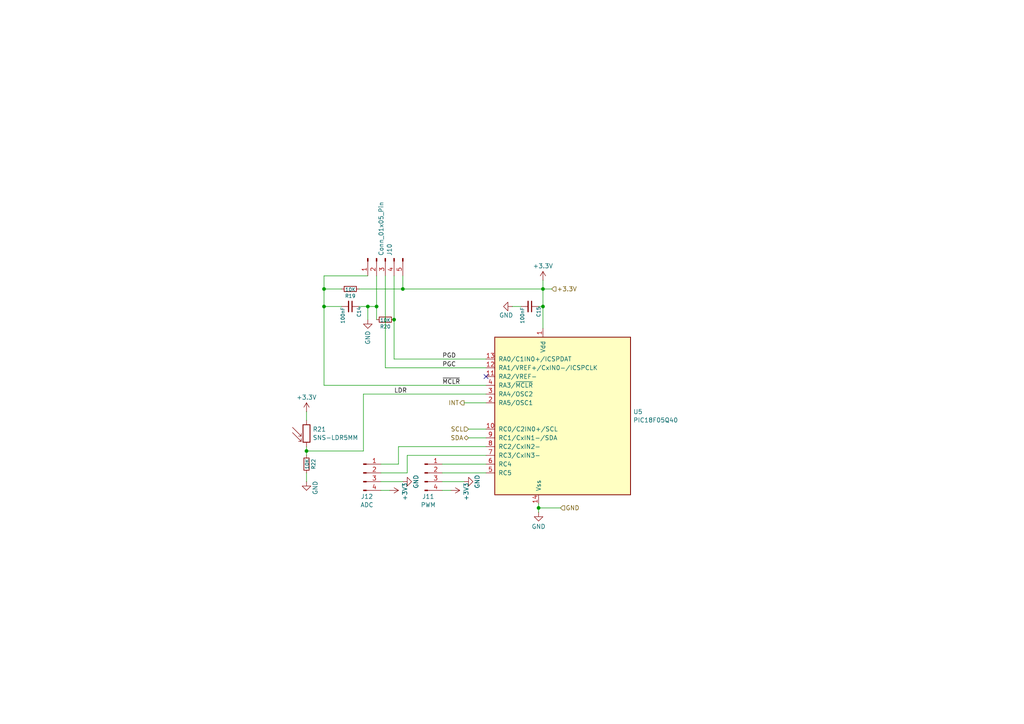
<source format=kicad_sch>
(kicad_sch (version 20231120) (generator "eeschema") (generator_version "8.0")
  (paper "A4")
  (lib_symbols
    (symbol "Connector:Conn_01x04_Pin" (pin_names (offset 1.016) hide)
      (property "Reference" "J" (at 0 5.08 0))
      (property "Value" "Conn_01x04_Pin" (at 0 -7.62 0))
      (symbol "Conn_01x04_Pin_1_1"
        (polyline (pts (xy 1.27 -5.08) (xy 0.8636 -5.08)) (stroke (width 0.1524)))
        (polyline (pts (xy 1.27 -2.54) (xy 0.8636 -2.54)) (stroke (width 0.1524)))
        (polyline (pts (xy 1.27 0) (xy 0.8636 0)) (stroke (width 0.1524)))
        (polyline (pts (xy 1.27 2.54) (xy 0.8636 2.54)) (stroke (width 0.1524)))
        (rectangle (start 0.8636 -4.953) (end 0 -5.207) (stroke (width 0.1524)) (fill (type outline)))
        (rectangle (start 0.8636 -2.413) (end 0 -2.667) (stroke (width 0.1524)) (fill (type outline)))
        (rectangle (start 0.8636 0.127) (end 0 -0.127) (stroke (width 0.1524)) (fill (type outline)))
        (rectangle (start 0.8636 2.667) (end 0 2.413) (stroke (width 0.1524)) (fill (type outline)))
        (pin passive line (at 5.08 2.54 180) (length 3.81) (name "Pin_1") (number "1"))
        (pin passive line (at 5.08 0 180) (length 3.81) (name "Pin_2") (number "2"))
        (pin passive line (at 5.08 -2.54 180) (length 3.81) (name "Pin_3") (number "3"))
        (pin passive line (at 5.08 -5.08 180) (length 3.81) (name "Pin_4") (number "4"))
      )
    )
    (symbol "Connector:Conn_01x05_Pin" (pin_names (offset 1.016) hide)
      (property "Reference" "J" (at 0 7.62 0))
      (property "Value" "Conn_01x05_Pin" (at 0 -7.62 0))
      (symbol "Conn_01x05_Pin_1_1"
        (polyline (pts (xy 1.27 -5.08) (xy 0.8636 -5.08)) (stroke (width 0.1524)))
        (polyline (pts (xy 1.27 -2.54) (xy 0.8636 -2.54)) (stroke (width 0.1524)))
        (polyline (pts (xy 1.27 0) (xy 0.8636 0)) (stroke (width 0.1524)))
        (polyline (pts (xy 1.27 2.54) (xy 0.8636 2.54)) (stroke (width 0.1524)))
        (polyline (pts (xy 1.27 5.08) (xy 0.8636 5.08)) (stroke (width 0.1524)))
        (rectangle (start 0.8636 -4.953) (end 0 -5.207) (stroke (width 0.1524)) (fill (type outline)))
        (rectangle (start 0.8636 -2.413) (end 0 -2.667) (stroke (width 0.1524)) (fill (type outline)))
        (rectangle (start 0.8636 0.127) (end 0 -0.127) (stroke (width 0.1524)) (fill (type outline)))
        (rectangle (start 0.8636 2.667) (end 0 2.413) (stroke (width 0.1524)) (fill (type outline)))
        (rectangle (start 0.8636 5.207) (end 0 4.953) (stroke (width 0.1524)) (fill (type outline)))
        (pin passive line (at 5.08 5.08 180) (length 3.81) (name "Pin_1") (number "1"))
        (pin passive line (at 5.08 2.54 180) (length 3.81) (name "Pin_2") (number "2"))
        (pin passive line (at 5.08 0 180) (length 3.81) (name "Pin_3") (number "3"))
        (pin passive line (at 5.08 -2.54 180) (length 3.81) (name "Pin_4") (number "4"))
        (pin passive line (at 5.08 -5.08 180) (length 3.81) (name "Pin_5") (number "5"))
      )
    )
    (symbol "Device:C_Small" (pin_numbers hide) (pin_names (offset 0.254) hide)
      (property "Reference" "C" (at 0.254 1.778 0))
      (property "Value" "C_Small" (at 0.254 -2.032 0))
      (symbol "C_Small_0_1"
        (polyline (pts (xy -1.524 -0.508) (xy 1.524 -0.508)) (stroke (width 0.3302)))
        (polyline (pts (xy -1.524 0.508) (xy 1.524 0.508)) (stroke (width 0.3048)))
      )
      (symbol "C_Small_1_1"
        (pin passive line (at 0 2.54 270) (length 2.032) (name "~") (number "1"))
        (pin passive line (at 0 -2.54 90) (length 2.032) (name "~") (number "2"))
      )
    )
    (symbol "Device:R_Small" (pin_numbers hide) (pin_names (offset 0.254) hide)
      (property "Reference" "R" (at 0.762 0.508 0))
      (property "Value" "R_Small" (at 0.762 -1.016 0))
      (symbol "R_Small_0_1"
        (rectangle (start -0.762 1.778) (end 0.762 -1.778) (stroke (width 0.2032)))
      )
      (symbol "R_Small_1_1"
        (pin passive line (at 0 2.54 270) (length 0.762) (name "~") (number "1"))
        (pin passive line (at 0 -2.54 90) (length 0.762) (name "~") (number "2"))
      )
    )
    (symbol "Sensor_Optical:LDR03" (pin_numbers hide) (pin_names (offset 0))
      (property "Reference" "R" (at -5.08 0 90))
      (property "Value" "LDR03" (at 1.905 0 90))
      (symbol "LDR03_0_1"
        (rectangle (start -1.016 2.54) (end 1.016 -2.54) (stroke (width 0.254)))
        (polyline (pts (xy -1.524 -2.286) (xy -4.064 0.254)))
        (polyline (pts (xy -1.524 -2.286) (xy -2.286 -2.286)))
        (polyline (pts (xy -1.524 -2.286) (xy -1.524 -1.524)))
        (polyline (pts (xy -1.524 -0.762) (xy -4.064 1.778)))
        (polyline (pts (xy -1.524 -0.762) (xy -2.286 -0.762)))
        (polyline (pts (xy -1.524 -0.762) (xy -1.524 0)))
      )
      (symbol "LDR03_1_1"
        (pin passive line (at 0 3.81 270) (length 1.27) (name "~") (number "1"))
        (pin passive line (at 0 -3.81 90) (length 1.27) (name "~") (number "2"))
      )
    )
    (symbol "centrale-rescue:+3.3V-power" (power) (pin_names (offset 0))
      (property "Value" "power_+3.3V" (at 0 3.556 0))
      (symbol "+3.3V-power_0_1"
        (polyline (pts (xy -0.762 1.27) (xy 0 2.54)))
        (polyline (pts (xy 0 0) (xy 0 2.54)))
        (polyline (pts (xy 0 2.54) (xy 0.762 1.27)))
      )
      (symbol "+3.3V-power_1_1"
        (pin power_in line (at 0 0 90) (length 0) hide (name "+3V3") (number "1"))
      )
    )
    (symbol "centrale-rescue:GND-power" (power) (pin_names (offset 0))
      (property "Value" "power_GND" (at 0 -3.81 0))
      (symbol "GND-power_0_1"
        (polyline (pts (xy 0 0) (xy 0 -1.27) (xy 1.27 -1.27) (xy 0 -2.54) (xy -1.27 -1.27) (xy 0 -1.27)))
      )
      (symbol "GND-power_1_1"
        (pin power_in line (at 0 0 270) (length 0) hide (name "GND") (number "1"))
      )
    )
    (symbol "microchip-local:PIC18F05Q40" (pin_names (offset 1.016))
      (property "Reference" "U" (at -17.78 24.13 0))
      (property "Value" "PIC18F05Q40" (at 17.78 24.13 0))
      (symbol "PIC18F05Q40_0_1"
        (rectangle (start -21.59 22.86) (end 17.78 -22.86) (stroke (width 0.254)) (fill (type background)))
      )
      (symbol "PIC18F05Q40_1_1"
        (pin power_in line (at -7.62 25.4 270) (length 2.54) (name "Vdd") (number "1"))
        (pin bidirectional line (at -24.13 -3.81 0) (length 2.54) (name "RC0/C2IN0+/SCL") (number "10"))
        (pin bidirectional line (at -24.13 11.43 0) (length 2.54) (name "RA2/VREF-") (number "11"))
        (pin bidirectional line (at -24.13 13.97 0) (length 2.54) (name "RA1/VREF+/CxIN0-/ICSPCLK") (number "12"))
        (pin bidirectional line (at -24.13 16.51 0) (length 2.54) (name "RA0/C1IN0+/ICSPDAT") (number "13"))
        (pin power_in line (at -8.89 -25.4 90) (length 2.54) (name "Vss") (number "14"))
        (pin bidirectional line (at -24.13 3.81 0) (length 2.54) (name "RA5/OSC1") (number "2"))
        (pin bidirectional line (at -24.13 6.35 0) (length 2.54) (name "RA4/OSC2") (number "3"))
        (pin bidirectional line (at -24.13 8.89 0) (length 2.54) (name "RA3/~{MCLR}") (number "4"))
        (pin bidirectional line (at -24.13 -16.51 0) (length 2.54) (name "RC5") (number "5"))
        (pin bidirectional line (at -24.13 -13.97 0) (length 2.54) (name "RC4") (number "6"))
        (pin bidirectional line (at -24.13 -11.43 0) (length 2.54) (name "RC3/CxIN3-") (number "7"))
        (pin bidirectional line (at -24.13 -8.89 0) (length 2.54) (name "RC2/CxIN2-") (number "8"))
        (pin bidirectional line (at -24.13 -6.35 0) (length 2.54) (name "RC1/CxIN1-/SDA") (number "9"))
      )
    )
    (symbol "power:+3.3V" (power) (pin_numbers hide) (pin_names (offset 0) hide)
      (property "Value" "+3.3V" (at 0 3.556 0))
      (symbol "+3.3V_0_1"
        (polyline (pts (xy -0.762 1.27) (xy 0 2.54)))
        (polyline (pts (xy 0 0) (xy 0 2.54)))
        (polyline (pts (xy 0 2.54) (xy 0.762 1.27)))
      )
      (symbol "+3.3V_1_1"
        (pin power_in line (at 0 0 90) (length 0) (name "~") (number "1"))
      )
    )
    (symbol "power:GND" (power) (pin_numbers hide) (pin_names (offset 0) hide)
      (property "Value" "GND" (at 0 -3.81 0))
      (symbol "GND_0_1"
        (polyline (pts (xy 0 0) (xy 0 -1.27) (xy 1.27 -1.27) (xy 0 -2.54) (xy -1.27 -1.27) (xy 0 -1.27)))
      )
      (symbol "GND_1_1"
        (pin power_in line (at 0 0 270) (length 0) (name "~") (number "1"))
      )
    )
  )
  (junction (at 93.98 83.82))
  (junction (at 156.21 147.32))
  (junction (at 116.84 83.82))
  (junction (at 114.3 92.71))
  (junction (at 88.9 130.81))
  (junction (at 109.22 88.9))
  (junction (at 157.48 88.9))
  (junction (at 157.48 83.82))
  (junction (at 106.68 88.9))
  (junction (at 93.98 88.9))
  (no_connect (at 140.97 109.22))
  (wire (pts (xy 116.84 83.82) (xy 157.48 83.82)))
  (wire (pts (xy 118.11 137.16) (xy 110.49 137.16)))
  (wire (pts (xy 93.98 83.82) (xy 93.98 80.01)))
  (wire (pts (xy 128.27 134.62) (xy 140.97 134.62)))
  (wire (pts (xy 116.84 139.7) (xy 110.49 139.7)))
  (wire (pts (xy 130.81 142.24) (xy 128.27 142.24)))
  (wire (pts (xy 115.57 134.62) (xy 110.49 134.62)))
  (wire (pts (xy 114.3 104.14) (xy 114.3 92.71)))
  (wire (pts (xy 93.98 111.76) (xy 140.97 111.76)))
  (wire (pts (xy 157.48 83.82) (xy 160.02 83.82)))
  (wire (pts (xy 140.97 106.68) (xy 111.76 106.68)))
  (wire (pts (xy 115.57 129.54) (xy 115.57 134.62)))
  (wire (pts (xy 109.22 92.71) (xy 109.22 88.9)))
  (wire (pts (xy 93.98 88.9) (xy 99.06 88.9)))
  (wire (pts (xy 113.03 142.24) (xy 110.49 142.24)))
  (wire (pts (xy 104.14 88.9) (xy 106.68 88.9)))
  (wire (pts (xy 157.48 88.9) (xy 156.21 88.9)))
  (wire (pts (xy 135.89 127) (xy 140.97 127)))
  (wire (pts (xy 106.68 80.01) (xy 93.98 80.01)))
  (wire (pts (xy 118.11 132.08) (xy 118.11 137.16)))
  (wire (pts (xy 156.21 147.32) (xy 162.56 147.32)))
  (wire (pts (xy 105.41 130.81) (xy 88.9 130.81)))
  (wire (pts (xy 88.9 129.54) (xy 88.9 130.81)))
  (wire (pts (xy 134.62 116.84) (xy 140.97 116.84)))
  (wire (pts (xy 93.98 88.9) (xy 93.98 83.82)))
  (wire (pts (xy 140.97 114.3) (xy 105.41 114.3)))
  (wire (pts (xy 106.68 88.9) (xy 106.68 92.71)))
  (wire (pts (xy 116.84 80.01) (xy 116.84 83.82)))
  (wire (pts (xy 151.13 88.9) (xy 148.59 88.9)))
  (wire (pts (xy 135.89 124.46) (xy 140.97 124.46)))
  (wire (pts (xy 140.97 104.14) (xy 114.3 104.14)))
  (wire (pts (xy 128.27 137.16) (xy 140.97 137.16)))
  (wire (pts (xy 140.97 132.08) (xy 118.11 132.08)))
  (wire (pts (xy 111.76 80.01) (xy 111.76 106.68)))
  (wire (pts (xy 114.3 92.71) (xy 114.3 80.01)))
  (wire (pts (xy 88.9 130.81) (xy 88.9 132.08)))
  (wire (pts (xy 156.21 146.05) (xy 156.21 147.32)))
  (wire (pts (xy 104.14 83.82) (xy 116.84 83.82)))
  (wire (pts (xy 106.68 88.9) (xy 109.22 88.9)))
  (wire (pts (xy 105.41 114.3) (xy 105.41 130.81)))
  (wire (pts (xy 157.48 81.28) (xy 157.48 83.82)))
  (wire (pts (xy 88.9 137.16) (xy 88.9 139.7)))
  (wire (pts (xy 157.48 83.82) (xy 157.48 88.9)))
  (wire (pts (xy 88.9 119.38) (xy 88.9 121.92)))
  (wire (pts (xy 93.98 83.82) (xy 99.06 83.82)))
  (wire (pts (xy 109.22 88.9) (xy 109.22 80.01)))
  (wire (pts (xy 156.21 147.32) (xy 156.21 148.59)))
  (wire (pts (xy 140.97 129.54) (xy 115.57 129.54)))
  (wire (pts (xy 134.62 139.7) (xy 128.27 139.7)))
  (wire (pts (xy 93.98 88.9) (xy 93.98 111.76)))
  (wire (pts (xy 157.48 88.9) (xy 157.48 95.25)))
  (label "PGD" (at 128.27 104.14 0))
  (label "PGC" (at 128.27 106.68 0))
  (label "LDR" (at 114.3 114.3 0))
  (label "~{MCLR}" (at 128.27 111.76 0))
  (hierarchical_label "SCL" (shape input) (at 135.89 124.46 180))
  (hierarchical_label "GND" (shape input) (at 162.56 147.32 0))
  (hierarchical_label "+3.3V" (shape input) (at 160.02 83.82 0))
  (hierarchical_label "INT" (shape output) (at 134.62 116.84 180))
  (hierarchical_label "SDA" (shape bidirectional) (at 135.89 127 180))
  (symbol (lib_id "centrale-rescue:GND-power") (at 116.84 139.7 90) (unit 1)
    (property "Reference" "#PWR031" (effects (hide yes)))
    (property "Value" "GND" (at 120.65 139.7 0))
  )
  (symbol (lib_id "power:GND") (at 88.9 139.7 0) (unit 1)
    (property "Reference" "#PWR028" (effects (hide yes)))
    (property "Value" "GND" (at 91.44 139.446 90) (effects (justify right)))
    (property "Description" "Power symbol creates a global label with name \"GND\" , ground" (effects (hide yes)))
  )
  (symbol (lib_id "power:GND") (at 106.68 92.71 0) (unit 1)
    (property "Reference" "#PWR023" (effects (hide yes)))
    (property "Value" "GND" (at 106.68 95.8849 90) (effects (justify right)))
    (property "Description" "Power symbol creates a global label with name \"GND\" , ground" (effects (hide yes)))
  )
  (symbol (lib_id "Connector:Conn_01x05_Pin") (at 111.76 74.93 90) (mirror x) (unit 1)
    (property "Reference" "J10" (at 112.9722 74.2188 0) (effects (justify right)))
    (property "Value" "Conn_01x05_Pin" (at 110.5479 74.2188 0) (effects (justify right)))
    (property "Footprint" "conn-local:Molex_Pico-SPOX-5-Vertical" (effects (hide yes)))
    (property "Description" "Generic connector, single row, 01x05, script generated" (effects (hide yes)))
    (property "P/N" "87437-0543" (effects (hide yes)))
  )
  (symbol (lib_id "Device:C_Small") (at 101.6 88.9 270) (unit 1)
    (property "Reference" "C14" (at 104.14 88.9 0) (effects (font (size 1.016 1.016)) (justify left)))
    (property "Value" "100nF" (at 99.441 89.0524 0) (effects (font (size 1.016 1.016)) (justify left)))
    (property "Footprint" "Capacitor_SMD:C_0603_1608Metric_Pad1.08x0.95mm_HandSolder" (effects (hide yes)))
    (property "Description" "Unpolarized capacitor, small symbol" (effects (hide yes)))
    (property "P/N" "stock" (effects (hide yes)))
  )
  (symbol (lib_id "centrale-rescue:+3.3V-power") (at 130.81 142.24 270) (unit 1)
    (property "Reference" "#PWR029" (effects (hide yes)))
    (property "Value" "+3V3" (at 135.2042 142.621 0))
  )
  (symbol (lib_id "microchip-local:PIC18F05Q40") (at 165.1 120.65 0) (unit 1)
    (property "Reference" "U5" (at 183.642 119.4378 0) (effects (justify left)))
    (property "Value" "PIC18F05Q40" (at 183.642 121.8621 0) (effects (justify left)))
    (property "Footprint" "Package_SO:SOIC-14_3.9x8.7mm_P1.27mm" (effects (hide yes)))
    (property "Description" "32K Flash, 2KByte RAM, PIC18 Microcontroller ADC PWM SPI I2C USART in SSOP14 package" (effects (hide yes)))
    (property "P/N" "PIC18F05Q40-I/SL" (effects (hide yes)))
  )
  (symbol (lib_id "Device:R_Small") (at 111.76 92.71 270) (unit 1)
    (property "Reference" "R20" (at 111.76 94.742 90) (effects (font (size 1.016 1.016))))
    (property "Value" "10K" (at 111.7854 92.8878 90) (effects (font (size 1.016 1.016))))
    (property "Footprint" "Resistor_SMD:R_0805_2012Metric_Pad1.20x1.40mm_HandSolder" (effects (hide yes)))
    (property "Description" "Resistor, small symbol" (effects (hide yes)))
    (property "P/N" "stock" (effects (hide yes)))
  )
  (symbol (lib_id "Sensor_Optical:LDR03") (at 88.9 125.73 0) (unit 1)
    (property "Reference" "R21" (at 90.678 124.5178 0) (effects (justify left)))
    (property "Value" "SNS-LDR5MM" (at 90.678 126.9421 0) (effects (justify left)))
    (property "Footprint" "OptoDevice:R_LDR_5.0x4.1mm_P3mm_Vertical" (effects (hide yes)))
    (property "Description" "light dependent resistor" (effects (hide yes)))
    (property "P/N" "SNS-LDR5MM (olimex)" (effects (hide yes)))
  )
  (symbol (lib_id "power:GND") (at 148.59 88.9 270) (unit 1)
    (property "Reference" "#PWR025" (effects (hide yes)))
    (property "Value" "GND" (at 148.844 91.44 90) (effects (justify right)))
    (property "Description" "Power symbol creates a global label with name \"GND\" , ground" (effects (hide yes)))
  )
  (symbol (lib_id "centrale-rescue:+3.3V-power") (at 113.03 142.24 270) (unit 1)
    (property "Reference" "#PWR032" (effects (hide yes)))
    (property "Value" "+3V3" (at 117.4242 142.621 0))
  )
  (symbol (lib_id "Connector:Conn_01x04_Pin") (at 105.41 137.16 0) (unit 1)
    (property "Reference" "J12" (at 106.426 144.018 0))
    (property "Value" "ADC" (at 106.426 146.4423 0))
    (property "Footprint" "Connector_PinHeader_2.54mm:PinHeader_1x04_P2.54mm_Vertical" (effects (hide yes)))
    (property "Description" "Generic connector, single row, 01x04, script generated" (effects (hide yes)))
  )
  (symbol (lib_id "Device:R_Small") (at 101.6 83.82 270) (unit 1)
    (property "Reference" "R19" (at 101.6 85.852 90) (effects (font (size 1.016 1.016))))
    (property "Value" "10K" (at 101.6254 83.9978 90) (effects (font (size 1.016 1.016))))
    (property "Footprint" "Resistor_SMD:R_0805_2012Metric_Pad1.20x1.40mm_HandSolder" (effects (hide yes)))
    (property "Description" "Resistor, small symbol" (effects (hide yes)))
    (property "P/N" "stock" (effects (hide yes)))
  )
  (symbol (lib_id "power:GND") (at 156.21 148.59 0) (unit 1)
    (property "Reference" "#PWR027" (effects (hide yes)))
    (property "Value" "GND" (at 156.21 152.7231 0))
    (property "Description" "Power symbol creates a global label with name \"GND\" , ground" (effects (hide yes)))
  )
  (symbol (lib_id "Device:R_Small") (at 88.9 134.62 0) (unit 1)
    (property "Reference" "R22" (at 90.932 134.62 90) (effects (font (size 1.016 1.016))))
    (property "Value" "10K" (at 89.0778 134.5946 90) (effects (font (size 1.016 1.016))))
    (property "Footprint" "Resistor_SMD:R_0805_2012Metric_Pad1.20x1.40mm_HandSolder" (effects (hide yes)))
    (property "Description" "Resistor, small symbol" (effects (hide yes)))
    (property "P/N" "stock" (effects (hide yes)))
  )
  (symbol (lib_id "power:+3.3V") (at 157.48 81.28 0) (unit 1)
    (property "Reference" "#PWR024" (effects (hide yes)))
    (property "Value" "+3.3V" (at 157.48 77.1469 0))
    (property "Description" "Power symbol creates a global label with name \"+3.3V\"" (effects (hide yes)))
  )
  (symbol (lib_id "Connector:Conn_01x04_Pin") (at 123.19 137.16 0) (unit 1)
    (property "Reference" "J11" (at 124.206 144.018 0))
    (property "Value" "PWM" (at 124.206 146.4423 0))
    (property "Footprint" "Connector_PinHeader_2.54mm:PinHeader_1x04_P2.54mm_Vertical" (effects (hide yes)))
    (property "Description" "Generic connector, single row, 01x04, script generated" (effects (hide yes)))
  )
  (symbol (lib_id "centrale-rescue:GND-power") (at 134.62 139.7 90) (unit 1)
    (property "Reference" "#PWR030" (effects (hide yes)))
    (property "Value" "GND" (at 138.43 139.7 0))
  )
  (symbol (lib_id "power:+3.3V") (at 88.9 119.38 0) (unit 1)
    (property "Reference" "#PWR026" (effects (hide yes)))
    (property "Value" "+3.3V" (at 88.9 115.2469 0))
    (property "Description" "Power symbol creates a global label with name \"+3.3V\"" (effects (hide yes)))
  )
  (symbol (lib_id "Device:C_Small") (at 153.67 88.9 270) (unit 1)
    (property "Reference" "C15" (at 156.21 88.9 0) (effects (font (size 1.016 1.016)) (justify left)))
    (property "Value" "100nF" (at 151.511 89.0524 0) (effects (font (size 1.016 1.016)) (justify left)))
    (property "Footprint" "Capacitor_SMD:C_0603_1608Metric_Pad1.08x0.95mm_HandSolder" (effects (hide yes)))
    (property "Description" "Unpolarized capacitor, small symbol" (effects (hide yes)))
    (property "P/N" "stock" (effects (hide yes)))
  )
)
</source>
